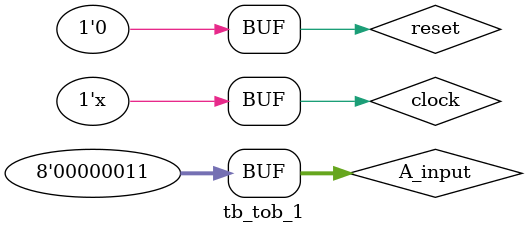
<source format=v>
`timescale 1ns / 1ps

module tb_tob_1;

	// Inputs
	reg clock;
	reg reset;
	reg [7:0] A_input;

	// Outputs
	wire Halt;
	wire [7:0] AOutPut;

	// Instantiate the Unit Under Test (UUT)
	top uut (
		.clock(clock), 
		.reset(reset), 
		.A_input(A_input),
		.Halt(Halt),
		.AOutPut(AOutPut)
	);

	initial begin
		// Initialize Inputs
		clock = 0;
		reset = 1;
	    A_input = 8'b00000011;
		
		// Wait 100 ns for global reset to finish
		#30;
		reset = 0;
		
        
		// Add stimulus here
        //#7570 $finish;
	end

always #5 clock = ~clock;
//always #25 A_input = A_input+ 1'b1;
endmodule


</source>
